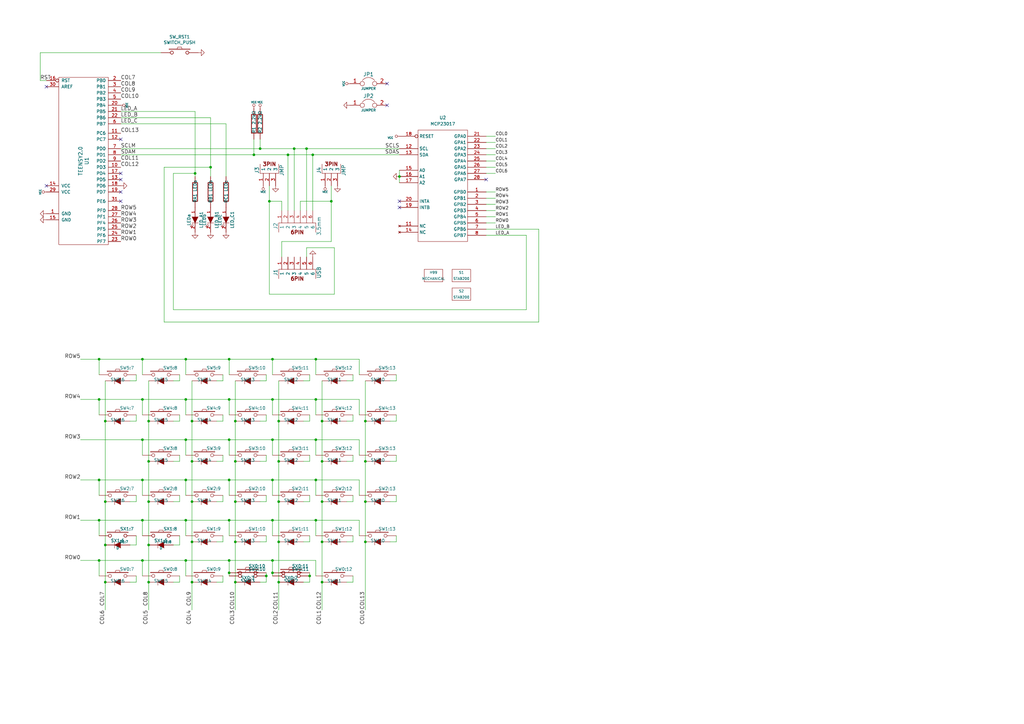
<source format=kicad_sch>
(kicad_sch (version 20211123) (generator eeschema)
  (paper "A3")
  (title_block (date "29 sep 2012"))
  (lib_symbols
    (symbol "component:3PIN" (pin_names (offset 1.016))
      (property "Reference" "J" (at -1.27 5.08 0))
      (property "Value" "3PIN" (at -1.27 -5.08 0))
      (symbol "3PIN_0_0"
        (text "3PIN" (at -3.81 0 900) (effects (font (size 1.524 1.524) bold)))
      )
      (symbol "3PIN_0_1"
        (polyline (pts (xy -3.81 3.81) (xy 0 3.81) (xy 0 -3.81) (xy -3.81 -3.81)))
      )
      (symbol "3PIN_1_1"
        (pin input line (at 5.08 2.54 180) (length 5.08) (name "1") (number "1"))
        (pin power_in line (at 5.08 0 180) (length 5.08) (name "2") (number "2"))
        (pin output line (at 5.08 -2.54 180) (length 5.08) (name "3") (number "3"))
      )
    )
    (symbol "component:6PIN" (pin_names (offset 1.016))
      (property "Reference" "J" (at -1.27 8.89 0))
      (property "Value" "6PIN" (at -1.27 -8.89 0))
      (symbol "6PIN_0_0"
        (polyline (pts (xy -3.81 7.62) (xy 0 7.62) (xy 0 -7.62) (xy -3.81 -7.62)))
        (text "6PIN" (at -3.81 0 900) (effects (font (size 1.524 1.524) bold)))
      )
      (symbol "6PIN_1_1"
        (pin input line (at 5.08 6.35 180) (length 5.08) (name "1") (number "1"))
        (pin power_in line (at 5.08 3.81 180) (length 5.08) (name "2") (number "2"))
        (pin output line (at 5.08 1.27 180) (length 5.08) (name "3") (number "3"))
        (pin power_in line (at 5.08 -1.27 180) (length 5.08) (name "4") (number "4"))
        (pin input line (at 5.08 -3.81 180) (length 5.08) (name "5") (number "5"))
        (pin input line (at 5.08 -6.35 180) (length 5.08) (name "6") (number "6"))
      )
    )
    (symbol "component:ANYTHING" (pin_numbers hide) (pin_names (offset 1.016) hide)
      (property "Reference" "ANY" (at 0 1.27 0))
      (property "Value" "ANYTHING" (at 0 -1.27 0))
      (symbol "ANYTHING_0_1"
        (rectangle (start -3.81 2.54) (end 3.81 -2.54))
      )
      (symbol "ANYTHING_1_1"
        (pin power_in line (at 0 0 90) (length 0) hide (name "GND") (number "0"))
      )
    )
    (symbol "component:DIODE" (pin_numbers hide) (pin_names (offset 1.016) hide)
      (property "Reference" "D" (at -2.54 -1.27 0))
      (property "Value" "DIODE" (at 0 1.27 0))
      (symbol "DIODE_0_1"
        (polyline (pts (xy 1.27 1.27) (xy 1.27 -1.27)) (stroke (width 0.1524)))
        (polyline (pts (xy -1.27 1.27) (xy 1.27 0) (xy -1.27 -1.27)) (fill (type outline)))
      )
      (symbol "DIODE_1_1"
        (pin passive line (at -5.08 0 0) (length 3.81) (name "A") (number "1"))
        (pin passive line (at 5.08 0 180) (length 3.81) (name "K") (number "2"))
      )
    )
    (symbol "component:GND" (power) (pin_names (offset 0))
      (symbol "GND_0_1"
        (polyline (pts (xy 0 0) (xy 0 1.27) (xy 0 1.27)))
        (polyline (pts (xy -1.27 0) (xy 0 -1.27) (xy 1.27 0) (xy -1.27 0)))
      )
      (symbol "GND_1_1"
        (pin power_in line (at 0 1.27 270) (length 0) hide (name "GND") (number "1"))
      )
    )
    (symbol "component:JUMPER" (pin_names (offset 0.762) hide)
      (property "Reference" "JP" (at 0 3.81 0))
      (property "Value" "JUMPER" (at 0 -2.032 0))
      (symbol "JUMPER_0_1"
        (circle (center -2.54 0) (radius 0.889))
        (arc (start 2.5146 1.27) (mid 0.0078 2.5097) (end -2.4892 1.27))
        (circle (center 2.54 0) (radius 0.889))
        (pin passive line (at -7.62 0 0) (length 4.191) (name "1") (number "1"))
        (pin passive line (at 7.62 0 180) (length 4.191) (name "2") (number "2"))
      )
    )
    (symbol "component:LED" (pin_names (offset 1.016) hide)
      (property "Reference" "D" (at 0 2.54 0))
      (property "Value" "LED" (at 0 -2.54 0))
      (symbol "LED_0_1"
        (polyline (pts (xy 1.27 1.27) (xy 1.27 -1.27)))
        (polyline (pts (xy -1.27 1.27) (xy 1.27 0) (xy -1.27 -1.27)) (fill (type outline)))
        (polyline (pts (xy 1.651 -1.016) (xy 2.794 -2.032) (xy 2.667 -1.397)))
        (polyline (pts (xy 2.032 -0.635) (xy 3.175 -1.651) (xy 3.048 -1.016)))
      )
      (symbol "LED_1_1"
        (pin passive line (at -5.08 0 0) (length 3.81) (name "A") (number "1"))
        (pin passive line (at 5.08 0 180) (length 3.81) (name "K") (number "2"))
      )
    )
    (symbol "component:MCP23017"
      (property "Reference" "U" (at -2.54 0 90))
      (property "Value" "MCP23017" (at 2.54 0 90))
      (symbol "MCP23017_0_1"
        (rectangle (start -10.16 22.86) (end 10.16 -22.86))
      )
      (symbol "MCP23017_1_1"
        (pin output line (at 17.78 -2.54 180) (length 7.62) (name "GPB0") (number "1"))
        (pin power_in line (at 0 -22.86 90) (length 0) hide (name "GND") (number "10"))
        (pin no_connect line (at -17.78 -16.51 0) (length 7.62) (name "NC") (number "11"))
        (pin input line (at -17.78 15.24 0) (length 7.62) (name "SCL") (number "12"))
        (pin input line (at -17.78 12.7 0) (length 7.62) (name "SDA") (number "13"))
        (pin no_connect line (at -17.78 -19.05 0) (length 7.62) (name "NC") (number "14"))
        (pin output line (at -17.78 6.35 0) (length 7.62) (name "A0") (number "15"))
        (pin output line (at -17.78 3.81 0) (length 7.62) (name "A1") (number "16"))
        (pin output line (at -17.78 1.27 0) (length 7.62) (name "A2") (number "17"))
        (pin input inverted (at -17.78 20.32 0) (length 7.62) (name "RESET") (number "18"))
        (pin input line (at -17.78 -8.89 0) (length 7.62) (name "INTB") (number "19"))
        (pin output line (at 17.78 -5.08 180) (length 7.62) (name "GPB1") (number "2"))
        (pin input line (at -17.78 -6.35 0) (length 7.62) (name "INTA") (number "20"))
        (pin input line (at 17.78 20.32 180) (length 7.62) (name "GPA0") (number "21"))
        (pin input line (at 17.78 17.78 180) (length 7.62) (name "GPA1") (number "22"))
        (pin input line (at 17.78 15.24 180) (length 7.62) (name "GPA2") (number "23"))
        (pin input line (at 17.78 12.7 180) (length 7.62) (name "GPA3") (number "24"))
        (pin input line (at 17.78 10.16 180) (length 7.62) (name "GPA4") (number "25"))
        (pin input line (at 17.78 7.62 180) (length 7.62) (name "GPA5") (number "26"))
        (pin input line (at 17.78 5.08 180) (length 7.62) (name "GPA6") (number "27"))
        (pin input line (at 17.78 2.54 180) (length 7.62) (name "GPA7") (number "28"))
        (pin output line (at 17.78 -7.62 180) (length 7.62) (name "GPB2") (number "3"))
        (pin output line (at 17.78 -10.16 180) (length 7.62) (name "GPB3") (number "4"))
        (pin output line (at 17.78 -12.7 180) (length 7.62) (name "GPB4") (number "5"))
        (pin output line (at 17.78 -15.24 180) (length 7.62) (name "GPB5") (number "6"))
        (pin output line (at 17.78 -17.78 180) (length 7.62) (name "GPB6") (number "7"))
        (pin output line (at 17.78 -20.32 180) (length 7.62) (name "GPB7") (number "8"))
        (pin power_in line (at 0 22.86 270) (length 0) hide (name "VCC") (number "9"))
      )
    )
    (symbol "component:RESISTOR" (pin_numbers hide) (pin_names (offset 0))
      (property "Reference" "R" (at 0 -2.54 90))
      (property "Value" "RESISTOR" (at 0 2.54 90))
      (symbol "RESISTOR_0_1"
        (rectangle (start -1.016 3.81) (end 1.016 -3.81) (stroke (width 0.3048)))
      )
      (symbol "RESISTOR_1_1"
        (pin passive line (at 0 6.35 270) (length 2.54) (name "~") (number "1"))
        (pin passive line (at 0 -6.35 90) (length 2.54) (name "~") (number "2"))
      )
    )
    (symbol "component:SWITCH_DIODE" (pin_numbers hide) (pin_names (offset 1.016) hide)
      (property "Reference" "SW" (at 3.81 2.794 0))
      (property "Value" "SWITCH_DIODE" (at 0 -2.032 0))
      (symbol "SWITCH_DIODE_0_1"
        (rectangle (start -4.318 1.27) (end 4.318 1.524))
        (polyline (pts (xy -1.27 -1.27) (xy -1.27 -3.81)))
        (polyline (pts (xy 1.27 -1.27) (xy -1.27 -2.54) (xy 1.27 -3.81)) (fill (type outline)))
        (polyline (pts (xy -1.016 1.524) (xy -0.762 2.286) (xy 0.762 2.286) (xy 1.016 1.524)))
        (pin passive inverted (at -7.62 0 0) (length 5.08) (name "1") (number "1"))
        (pin passive inverted (at 7.62 0 180) (length 5.08) (name "2") (number "2"))
      )
      (symbol "SWITCH_DIODE_1_1"
        (pin power_in line (at 0 0 90) (length 0) hide (name "GND") (number "0"))
        (pin passive line (at 5.08 -2.54 180) (length 3.81) (name "A") (number "3"))
        (pin passive line (at -5.08 -2.54 0) (length 3.81) (name "K") (number "4"))
      )
    )
    (symbol "component:SWITCH_PUSH" (pin_numbers hide) (pin_names (offset 1.016) hide)
      (property "Reference" "SW" (at 3.81 2.794 0))
      (property "Value" "SWITCH_PUSH" (at 0 -2.032 0))
      (symbol "SWITCH_PUSH_0_1"
        (rectangle (start -4.318 1.27) (end 4.318 1.524))
        (polyline (pts (xy -1.016 1.524) (xy -0.762 2.286) (xy 0.762 2.286) (xy 1.016 1.524)))
        (pin passive inverted (at -7.62 0 0) (length 5.08) (name "1") (number "1"))
        (pin passive inverted (at 7.62 0 180) (length 5.08) (name "2") (number "2"))
      )
      (symbol "SWITCH_PUSH_1_1"
        (pin power_in line (at 0 0 90) (length 0) hide (name "GND") (number "0"))
      )
    )
    (symbol "component:TEENSY2.0" (pin_names (offset 1.016))
      (property "Reference" "U" (at 1.27 0 90))
      (property "Value" "TEENSY2.0" (at -1.27 0 90))
      (symbol "TEENSY2.0_0_1"
        (rectangle (start -10.16 34.29) (end 10.16 -34.29))
      )
      (symbol "TEENSY2.0_1_1"
        (pin power_out line (at -15.24 -21.59 0) (length 5.08) (name "GND") (number "1"))
        (pin bidirectional line (at 15.24 -2.54 180) (length 5.08) (name "PD3") (number "10"))
        (pin bidirectional line (at 15.24 11.43 180) (length 5.08) (name "PC6") (number "11"))
        (pin bidirectional line (at 15.24 8.89 180) (length 5.08) (name "PC7") (number "12"))
        (pin bidirectional line (at 15.24 -7.62 180) (length 5.08) (name "PD5") (number "13"))
        (pin power_out line (at -15.24 -10.16 0) (length 5.08) (name "VCC") (number "14"))
        (pin power_out line (at -15.24 -24.13 0) (length 5.08) (name "GND") (number "15"))
        (pin input inverted (at -15.24 33.02 0) (length 5.08) (name "RST") (number "16"))
        (pin bidirectional line (at 15.24 -5.08 180) (length 5.08) (name "PD4") (number "17"))
        (pin bidirectional line (at 15.24 -10.16 180) (length 5.08) (name "PD6") (number "18"))
        (pin bidirectional line (at 15.24 -12.7 180) (length 5.08) (name "PD7") (number "19"))
        (pin bidirectional line (at 15.24 33.02 180) (length 5.08) (name "PB0") (number "2"))
        (pin bidirectional line (at 15.24 22.86 180) (length 5.08) (name "PB4") (number "20"))
        (pin bidirectional line (at 15.24 20.32 180) (length 5.08) (name "PB5") (number "21"))
        (pin bidirectional line (at 15.24 17.78 180) (length 5.08) (name "PB6") (number "22"))
        (pin bidirectional line (at 15.24 -33.02 180) (length 5.08) (name "PF7") (number "23"))
        (pin bidirectional line (at 15.24 -30.48 180) (length 5.08) (name "PF6") (number "24"))
        (pin bidirectional line (at 15.24 -27.94 180) (length 5.08) (name "PF5") (number "25"))
        (pin bidirectional line (at 15.24 -25.4 180) (length 5.08) (name "PF4") (number "26"))
        (pin bidirectional line (at 15.24 -22.86 180) (length 5.08) (name "PF1") (number "27"))
        (pin bidirectional line (at 15.24 -20.32 180) (length 5.08) (name "PF0") (number "28"))
        (pin power_out line (at -15.24 -12.7 0) (length 5.08) (name "VCC") (number "29"))
        (pin bidirectional line (at 15.24 30.48 180) (length 5.08) (name "PB1") (number "3"))
        (pin input line (at -15.24 30.48 0) (length 5.08) (name "AREF") (number "30"))
        (pin bidirectional line (at 15.24 -16.51 180) (length 5.08) (name "PE6") (number "31"))
        (pin bidirectional line (at 15.24 27.94 180) (length 5.08) (name "PB2") (number "4"))
        (pin bidirectional line (at 15.24 25.4 180) (length 5.08) (name "PB3") (number "5"))
        (pin bidirectional line (at 15.24 15.24 180) (length 5.08) (name "PB7") (number "6"))
        (pin bidirectional line (at 15.24 5.08 180) (length 5.08) (name "PD0") (number "7"))
        (pin bidirectional line (at 15.24 2.54 180) (length 5.08) (name "PD1") (number "8"))
        (pin bidirectional line (at 15.24 0 180) (length 5.08) (name "PD2") (number "9"))
      )
    )
    (symbol "component:VCC" (power) (pin_names (offset 0))
      (property "Value" "VCC" (at 0 2.54 0))
      (symbol "VCC_0_0"
        (pin power_in line (at 0 0 90) (length 0) hide (name "VCC") (number "1"))
      )
      (symbol "VCC_0_1"
        (polyline (pts (xy 0 0) (xy 0 0.762) (xy 0 0.762)))
        (circle (center 0 1.27) (radius 0.508))
      )
    )
  )
  (junction (at 93.98 229.87))
  (junction (at 132.08 205.74))
  (junction (at 93.98 234.95))
  (junction (at 58.42 163.83))
  (junction (at 76.2 229.87))
  (junction (at 111.76 163.83))
  (junction (at 93.98 196.85))
  (junction (at 106.68 60.96))
  (junction (at 93.98 147.32))
  (junction (at 111.76 196.85))
  (junction (at 149.86 222.25))
  (junction (at 120.65 60.96))
  (junction (at 111.76 234.95))
  (junction (at 149.86 205.74))
  (junction (at 60.96 189.23))
  (junction (at 132.08 172.72))
  (junction (at 96.52 189.23))
  (junction (at 93.98 163.83))
  (junction (at 43.18 205.74))
  (junction (at 43.18 238.76))
  (junction (at 40.64 147.32))
  (junction (at 125.73 60.96))
  (junction (at 43.18 172.72))
  (junction (at 76.2 196.85))
  (junction (at 118.11 63.5))
  (junction (at 111.76 147.32))
  (junction (at 114.3 205.74))
  (junction (at 40.64 163.83))
  (junction (at 78.74 189.23))
  (junction (at 129.54 180.34))
  (junction (at 96.52 238.76))
  (junction (at 109.22 236.22))
  (junction (at 127 236.22))
  (junction (at 111.76 213.36))
  (junction (at 128.27 63.5))
  (junction (at 76.2 147.32))
  (junction (at 60.96 205.74))
  (junction (at 40.64 229.87))
  (junction (at 114.3 238.76))
  (junction (at 129.54 147.32))
  (junction (at 78.74 205.74))
  (junction (at 111.76 229.87))
  (junction (at 58.42 229.87))
  (junction (at 104.14 63.5))
  (junction (at 58.42 180.34))
  (junction (at 110.49 82.55))
  (junction (at 76.2 180.34))
  (junction (at 114.3 172.72))
  (junction (at 60.96 172.72))
  (junction (at 132.08 189.23))
  (junction (at 40.64 213.36))
  (junction (at 86.36 68.58))
  (junction (at 58.42 196.85))
  (junction (at 93.98 213.36))
  (junction (at 43.18 223.52))
  (junction (at 129.54 196.85))
  (junction (at 132.08 222.25))
  (junction (at 80.01 71.12))
  (junction (at 93.98 180.34))
  (junction (at 114.3 222.25))
  (junction (at 58.42 213.36))
  (junction (at 58.42 147.32))
  (junction (at 129.54 213.36))
  (junction (at 78.74 222.25))
  (junction (at 78.74 172.72))
  (junction (at 149.86 172.72))
  (junction (at 96.52 172.72))
  (junction (at 114.3 189.23))
  (junction (at 129.54 163.83))
  (junction (at 96.52 205.74))
  (junction (at 96.52 222.25))
  (junction (at 40.64 196.85))
  (junction (at 76.2 213.36))
  (junction (at 132.08 238.76))
  (junction (at 149.86 189.23))
  (junction (at 60.96 223.52))
  (junction (at 135.89 82.55))
  (junction (at 111.76 180.34))
  (junction (at 163.83 72.39))
  (junction (at 76.2 163.83))
  (junction (at 78.74 238.76))
  (junction (at 60.96 238.76))
  (no_connect (at 49.53 82.55))
  (no_connect (at 163.83 82.55))
  (no_connect (at 163.83 85.09))
  (no_connect (at 199.39 73.66))
  (no_connect (at 158.75 34.29))
  (no_connect (at 49.53 73.66))
  (no_connect (at 158.75 43.18))
  (no_connect (at 19.05 76.2))
  (no_connect (at 49.53 57.15))
  (no_connect (at 49.53 78.74))
  (no_connect (at 19.05 35.56))
  (no_connect (at 49.53 71.12))
  (wire (pts (xy 66.04 21.59) (xy 16.51 21.59)))
  (wire (pts (xy 199.39 71.12) (xy 203.2 71.12)))
  (wire (pts (xy 43.18 205.74) (xy 43.18 223.52)))
  (wire (pts (xy 149.86 222.25) (xy 149.86 250.19)))
  (wire (pts (xy 135.89 76.2) (xy 135.89 82.55)))
  (wire (pts (xy 93.98 147.32) (xy 111.76 147.32)))
  (wire (pts (xy 60.96 205.74) (xy 60.96 223.52)))
  (wire (pts (xy 104.14 57.15) (xy 104.14 63.5)))
  (wire (pts (xy 93.98 213.36) (xy 111.76 213.36)))
  (wire (pts (xy 33.02 147.32) (xy 40.64 147.32)))
  (wire (pts (xy 147.32 147.32) (xy 147.32 153.67)))
  (wire (pts (xy 73.66 238.76) (xy 73.66 236.22)))
  (wire (pts (xy 124.46 156.21) (xy 127 156.21)))
  (wire (pts (xy 135.89 82.55) (xy 135.89 99.06)))
  (wire (pts (xy 199.39 81.28) (xy 203.2 81.28)))
  (wire (pts (xy 220.98 93.98) (xy 220.98 132.08)))
  (wire (pts (xy 71.12 156.21) (xy 73.66 156.21)))
  (wire (pts (xy 127 236.22) (xy 127 238.76)))
  (wire (pts (xy 127 156.21) (xy 127 153.67)))
  (wire (pts (xy 76.2 147.32) (xy 76.2 153.67)))
  (wire (pts (xy 73.66 172.72) (xy 73.66 170.18)))
  (wire (pts (xy 132.08 205.74) (xy 132.08 222.25)))
  (wire (pts (xy 162.56 222.25) (xy 162.56 219.71)))
  (wire (pts (xy 127 222.25) (xy 127 219.71)))
  (wire (pts (xy 127 234.95) (xy 127 236.22)))
  (wire (pts (xy 53.34 205.74) (xy 55.88 205.74)))
  (wire (pts (xy 92.71 50.8) (xy 92.71 72.39)))
  (wire (pts (xy 86.36 68.58) (xy 86.36 72.39)))
  (wire (pts (xy 132.08 156.21) (xy 132.08 172.72)))
  (wire (pts (xy 60.96 223.52) (xy 60.96 238.76)))
  (wire (pts (xy 111.76 229.87) (xy 129.54 229.87)))
  (wire (pts (xy 93.98 213.36) (xy 93.98 219.71)))
  (wire (pts (xy 55.88 219.71) (xy 55.88 223.52)))
  (wire (pts (xy 129.54 163.83) (xy 129.54 170.18)))
  (wire (pts (xy 40.64 229.87) (xy 58.42 229.87)))
  (wire (pts (xy 93.98 180.34) (xy 111.76 180.34)))
  (wire (pts (xy 125.73 60.96) (xy 125.73 86.36)))
  (wire (pts (xy 163.83 69.85) (xy 163.83 72.39)))
  (wire (pts (xy 109.22 236.22) (xy 109.22 238.76)))
  (wire (pts (xy 111.76 180.34) (xy 111.76 186.69)))
  (wire (pts (xy 71.12 127) (xy 71.12 71.12)))
  (wire (pts (xy 110.49 82.55) (xy 110.49 120.65)))
  (wire (pts (xy 60.96 172.72) (xy 60.96 189.23)))
  (wire (pts (xy 96.52 222.25) (xy 96.52 238.76)))
  (wire (pts (xy 76.2 180.34) (xy 76.2 186.69)))
  (wire (pts (xy 106.68 222.25) (xy 109.22 222.25)))
  (wire (pts (xy 40.64 213.36) (xy 58.42 213.36)))
  (wire (pts (xy 111.76 213.36) (xy 129.54 213.36)))
  (wire (pts (xy 55.88 172.72) (xy 55.88 170.18)))
  (wire (pts (xy 129.54 163.83) (xy 147.32 163.83)))
  (wire (pts (xy 40.64 147.32) (xy 58.42 147.32)))
  (wire (pts (xy 199.39 96.52) (xy 215.9 96.52)))
  (wire (pts (xy 129.54 196.85) (xy 147.32 196.85)))
  (wire (pts (xy 199.39 86.36) (xy 203.2 86.36)))
  (wire (pts (xy 114.3 156.21) (xy 114.3 172.72)))
  (wire (pts (xy 73.66 205.74) (xy 73.66 203.2)))
  (wire (pts (xy 16.51 33.02) (xy 19.05 33.02)))
  (wire (pts (xy 111.76 163.83) (xy 129.54 163.83)))
  (wire (pts (xy 123.19 86.36) (xy 123.19 82.55)))
  (wire (pts (xy 129.54 196.85) (xy 129.54 203.2)))
  (wire (pts (xy 58.42 180.34) (xy 58.42 186.69)))
  (wire (pts (xy 127 205.74) (xy 127 203.2)))
  (wire (pts (xy 127 238.76) (xy 124.46 238.76)))
  (wire (pts (xy 199.39 55.88) (xy 203.2 55.88)))
  (wire (pts (xy 71.12 238.76) (xy 73.66 238.76)))
  (wire (pts (xy 40.64 196.85) (xy 58.42 196.85)))
  (wire (pts (xy 40.64 170.18) (xy 40.64 163.83)))
  (wire (pts (xy 93.98 180.34) (xy 93.98 186.69)))
  (wire (pts (xy 149.86 156.21) (xy 149.86 172.72)))
  (wire (pts (xy 60.96 156.21) (xy 60.96 172.72)))
  (wire (pts (xy 110.49 120.65) (xy 137.16 120.65)))
  (wire (pts (xy 199.39 78.74) (xy 203.2 78.74)))
  (wire (pts (xy 109.22 222.25) (xy 109.22 219.71)))
  (wire (pts (xy 109.22 234.95) (xy 109.22 236.22)))
  (wire (pts (xy 109.22 172.72) (xy 109.22 170.18)))
  (wire (pts (xy 111.76 147.32) (xy 111.76 153.67)))
  (wire (pts (xy 53.34 172.72) (xy 55.88 172.72)))
  (wire (pts (xy 199.39 91.44) (xy 203.2 91.44)))
  (wire (pts (xy 91.44 186.69) (xy 91.44 189.23)))
  (wire (pts (xy 91.44 222.25) (xy 91.44 219.71)))
  (wire (pts (xy 142.24 205.74) (xy 144.78 205.74)))
  (wire (pts (xy 78.74 238.76) (xy 78.74 250.19)))
  (wire (pts (xy 58.42 213.36) (xy 76.2 213.36)))
  (wire (pts (xy 33.02 196.85) (xy 40.64 196.85)))
  (wire (pts (xy 106.68 60.96) (xy 120.65 60.96)))
  (wire (pts (xy 111.76 229.87) (xy 111.76 234.95)))
  (wire (pts (xy 111.76 163.83) (xy 111.76 170.18)))
  (wire (pts (xy 49.53 50.8) (xy 92.71 50.8)))
  (wire (pts (xy 114.3 222.25) (xy 114.3 238.76)))
  (wire (pts (xy 78.74 189.23) (xy 78.74 205.74)))
  (wire (pts (xy 33.02 229.87) (xy 40.64 229.87)))
  (wire (pts (xy 118.11 63.5) (xy 128.27 63.5)))
  (wire (pts (xy 67.31 68.58) (xy 86.36 68.58)))
  (wire (pts (xy 49.53 60.96) (xy 106.68 60.96)))
  (wire (pts (xy 76.2 163.83) (xy 76.2 170.18)))
  (wire (pts (xy 76.2 213.36) (xy 93.98 213.36)))
  (wire (pts (xy 129.54 180.34) (xy 147.32 180.34)))
  (wire (pts (xy 124.46 222.25) (xy 127 222.25)))
  (wire (pts (xy 86.36 48.26) (xy 86.36 68.58)))
  (wire (pts (xy 160.02 172.72) (xy 162.56 172.72)))
  (wire (pts (xy 135.89 99.06) (xy 115.57 99.06)))
  (wire (pts (xy 220.98 132.08) (xy 67.31 132.08)))
  (wire (pts (xy 58.42 219.71) (xy 58.42 213.36)))
  (wire (pts (xy 73.66 156.21) (xy 73.66 153.67)))
  (wire (pts (xy 71.12 172.72) (xy 73.66 172.72)))
  (wire (pts (xy 58.42 196.85) (xy 58.42 203.2)))
  (wire (pts (xy 78.74 156.21) (xy 78.74 172.72)))
  (wire (pts (xy 96.52 189.23) (xy 96.52 205.74)))
  (wire (pts (xy 88.9 205.74) (xy 91.44 205.74)))
  (wire (pts (xy 125.73 60.96) (xy 163.83 60.96)))
  (wire (pts (xy 144.78 205.74) (xy 144.78 203.2)))
  (wire (pts (xy 115.57 99.06) (xy 115.57 105.41)))
  (wire (pts (xy 106.68 57.15) (xy 106.68 60.96)))
  (wire (pts (xy 215.9 96.52) (xy 215.9 127)))
  (wire (pts (xy 132.08 222.25) (xy 132.08 238.76)))
  (wire (pts (xy 43.18 172.72) (xy 43.18 205.74)))
  (wire (pts (xy 163.83 72.39) (xy 163.83 74.93)))
  (wire (pts (xy 127 172.72) (xy 127 170.18)))
  (wire (pts (xy 129.54 147.32) (xy 147.32 147.32)))
  (wire (pts (xy 160.02 156.21) (xy 162.56 156.21)))
  (wire (pts (xy 109.22 238.76) (xy 106.68 238.76)))
  (wire (pts (xy 162.56 205.74) (xy 162.56 203.2)))
  (wire (pts (xy 67.31 132.08) (xy 67.31 68.58)))
  (wire (pts (xy 55.88 223.52) (xy 53.34 223.52)))
  (wire (pts (xy 49.53 45.72) (xy 80.01 45.72)))
  (wire (pts (xy 91.44 205.74) (xy 91.44 203.2)))
  (wire (pts (xy 132.08 238.76) (xy 132.08 250.19)))
  (wire (pts (xy 144.78 156.21) (xy 144.78 153.67)))
  (wire (pts (xy 144.78 189.23) (xy 144.78 186.69)))
  (wire (pts (xy 78.74 172.72) (xy 78.74 189.23)))
  (wire (pts (xy 76.2 147.32) (xy 93.98 147.32)))
  (wire (pts (xy 43.18 223.52) (xy 43.18 238.76)))
  (wire (pts (xy 142.24 156.21) (xy 144.78 156.21)))
  (wire (pts (xy 55.88 156.21) (xy 55.88 153.67)))
  (wire (pts (xy 40.64 236.22) (xy 40.64 229.87)))
  (wire (pts (xy 147.32 180.34) (xy 147.32 186.69)))
  (wire (pts (xy 149.86 189.23) (xy 149.86 205.74)))
  (wire (pts (xy 93.98 229.87) (xy 111.76 229.87)))
  (wire (pts (xy 88.9 172.72) (xy 91.44 172.72)))
  (wire (pts (xy 109.22 189.23) (xy 109.22 186.69)))
  (wire (pts (xy 78.74 205.74) (xy 78.74 222.25)))
  (wire (pts (xy 114.3 238.76) (xy 114.3 250.19)))
  (wire (pts (xy 162.56 172.72) (xy 162.56 170.18)))
  (wire (pts (xy 71.12 71.12) (xy 80.01 71.12)))
  (wire (pts (xy 162.56 189.23) (xy 162.56 186.69)))
  (wire (pts (xy 53.34 156.21) (xy 55.88 156.21)))
  (wire (pts (xy 78.74 222.25) (xy 78.74 238.76)))
  (wire (pts (xy 142.24 172.72) (xy 144.78 172.72)))
  (wire (pts (xy 106.68 205.74) (xy 109.22 205.74)))
  (wire (pts (xy 199.39 60.96) (xy 203.2 60.96)))
  (wire (pts (xy 93.98 163.83) (xy 111.76 163.83)))
  (wire (pts (xy 91.44 172.72) (xy 91.44 170.18)))
  (wire (pts (xy 58.42 180.34) (xy 76.2 180.34)))
  (wire (pts (xy 80.01 45.72) (xy 80.01 71.12)))
  (wire (pts (xy 115.57 82.55) (xy 110.49 82.55)))
  (wire (pts (xy 60.96 189.23) (xy 60.96 205.74)))
  (wire (pts (xy 58.42 147.32) (xy 58.42 153.67)))
  (wire (pts (xy 114.3 205.74) (xy 114.3 222.25)))
  (wire (pts (xy 40.64 203.2) (xy 40.64 196.85)))
  (wire (pts (xy 132.08 189.23) (xy 132.08 205.74)))
  (wire (pts (xy 124.46 189.23) (xy 127 189.23)))
  (wire (pts (xy 111.76 213.36) (xy 111.76 219.71)))
  (wire (pts (xy 58.42 196.85) (xy 76.2 196.85)))
  (wire (pts (xy 144.78 222.25) (xy 144.78 219.71)))
  (wire (pts (xy 80.01 71.12) (xy 80.01 72.39)))
  (wire (pts (xy 76.2 196.85) (xy 93.98 196.85)))
  (wire (pts (xy 96.52 156.21) (xy 96.52 172.72)))
  (wire (pts (xy 106.68 172.72) (xy 109.22 172.72)))
  (wire (pts (xy 199.39 63.5) (xy 203.2 63.5)))
  (wire (pts (xy 149.86 205.74) (xy 149.86 222.25)))
  (wire (pts (xy 199.39 93.98) (xy 220.98 93.98)))
  (wire (pts (xy 53.34 238.76) (xy 55.88 238.76)))
  (wire (pts (xy 129.54 213.36) (xy 147.32 213.36)))
  (wire (pts (xy 93.98 229.87) (xy 93.98 234.95)))
  (wire (pts (xy 93.98 196.85) (xy 93.98 203.2)))
  (wire (pts (xy 73.66 223.52) (xy 71.12 223.52)))
  (wire (pts (xy 96.52 205.74) (xy 96.52 222.25)))
  (wire (pts (xy 104.14 63.5) (xy 118.11 63.5)))
  (wire (pts (xy 88.9 156.21) (xy 91.44 156.21)))
  (wire (pts (xy 55.88 238.76) (xy 55.88 236.22)))
  (wire (pts (xy 60.96 238.76) (xy 60.96 250.19)))
  (wire (pts (xy 118.11 63.5) (xy 118.11 86.36)))
  (wire (pts (xy 58.42 147.32) (xy 76.2 147.32)))
  (wire (pts (xy 76.2 229.87) (xy 93.98 229.87)))
  (wire (pts (xy 93.98 163.83) (xy 93.98 170.18)))
  (wire (pts (xy 76.2 229.87) (xy 76.2 236.22)))
  (wire (pts (xy 160.02 222.25) (xy 162.56 222.25)))
  (wire (pts (xy 73.66 219.71) (xy 73.66 223.52)))
  (wire (pts (xy 55.88 205.74) (xy 55.88 203.2)))
  (wire (pts (xy 128.27 63.5) (xy 128.27 86.36)))
  (wire (pts (xy 125.73 101.6) (xy 125.73 105.41)))
  (wire (pts (xy 49.53 63.5) (xy 104.14 63.5)))
  (wire (pts (xy 33.02 180.34) (xy 58.42 180.34)))
  (wire (pts (xy 111.76 147.32) (xy 129.54 147.32)))
  (wire (pts (xy 110.49 76.2) (xy 110.49 82.55)))
  (wire (pts (xy 58.42 229.87) (xy 58.42 236.22)))
  (wire (pts (xy 40.64 153.67) (xy 40.64 147.32)))
  (wire (pts (xy 91.44 189.23) (xy 88.9 189.23)))
  (wire (pts (xy 129.54 229.87) (xy 129.54 236.22)))
  (wire (pts (xy 120.65 86.36) (xy 120.65 60.96)))
  (wire (pts (xy 76.2 163.83) (xy 93.98 163.83)))
  (wire (pts (xy 91.44 156.21) (xy 91.44 153.67)))
  (wire (pts (xy 33.02 163.83) (xy 40.64 163.83)))
  (wire (pts (xy 16.51 21.59) (xy 16.51 33.02)))
  (wire (pts (xy 215.9 127) (xy 71.12 127)))
  (wire (pts (xy 149.86 172.72) (xy 149.86 189.23)))
  (wire (pts (xy 76.2 213.36) (xy 76.2 219.71)))
  (wire (pts (xy 137.16 120.65) (xy 137.16 101.6)))
  (wire (pts (xy 58.42 163.83) (xy 76.2 163.83)))
  (wire (pts (xy 71.12 205.74) (xy 73.66 205.74)))
  (wire (pts (xy 88.9 238.76) (xy 91.44 238.76)))
  (wire (pts (xy 160.02 205.74) (xy 162.56 205.74)))
  (wire (pts (xy 142.24 238.76) (xy 144.78 238.76)))
  (wire (pts (xy 96.52 172.72) (xy 96.52 189.23)))
  (wire (pts (xy 58.42 163.83) (xy 58.42 170.18)))
  (wire (pts (xy 199.39 66.04) (xy 203.2 66.04)))
  (wire (pts (xy 123.19 82.55) (xy 135.89 82.55)))
  (wire (pts (xy 111.76 196.85) (xy 129.54 196.85)))
  (wire (pts (xy 109.22 156.21) (xy 109.22 153.67)))
  (wire (pts (xy 115.57 86.36) (xy 115.57 82.55)))
  (wire (pts (xy 93.98 196.85) (xy 111.76 196.85)))
  (wire (pts (xy 199.39 58.42) (xy 203.2 58.42)))
  (wire (pts (xy 58.42 229.87) (xy 76.2 229.87)))
  (wire (pts (xy 106.68 189.23) (xy 109.22 189.23)))
  (wire (pts (xy 111.76 180.34) (xy 129.54 180.34)))
  (wire (pts (xy 76.2 196.85) (xy 76.2 203.2)))
  (wire (pts (xy 132.08 172.72) (xy 132.08 189.23)))
  (wire (pts (xy 71.12 189.23) (xy 73.66 189.23)))
  (wire (pts (xy 160.02 189.23) (xy 162.56 189.23)))
  (wire (pts (xy 120.65 60.96) (xy 125.73 60.96)))
  (wire (pts (xy 111.76 234.95) (xy 111.76 236.22)))
  (wire (pts (xy 109.22 205.74) (xy 109.22 203.2)))
  (wire (pts (xy 142.24 189.23) (xy 144.78 189.23)))
  (wire (pts (xy 142.24 222.25) (xy 144.78 222.25)))
  (wire (pts (xy 91.44 238.76) (xy 91.44 236.22)))
  (wire (pts (xy 33.02 213.36) (xy 40.64 213.36)))
  (wire (pts (xy 144.78 238.76) (xy 144.78 236.22)))
  (wire (pts (xy 137.16 101.6) (xy 125.73 101.6)))
  (wire (pts (xy 127 189.23) (xy 127 186.69)))
  (wire (pts (xy 124.46 172.72) (xy 127 172.72)))
  (wire (pts (xy 199.39 83.82) (xy 203.2 83.82)))
  (wire (pts (xy 199.39 88.9) (xy 203.2 88.9)))
  (wire (pts (xy 199.39 68.58) (xy 203.2 68.58)))
  (wire (pts (xy 147.32 213.36) (xy 147.32 219.71)))
  (wire (pts (xy 93.98 234.95) (xy 93.98 236.22)))
  (wire (pts (xy 49.53 48.26) (xy 86.36 48.26)))
  (wire (pts (xy 43.18 156.21) (xy 43.18 172.72)))
  (wire (pts (xy 114.3 189.23) (xy 114.3 205.74)))
  (wire (pts (xy 76.2 180.34) (xy 93.98 180.34)))
  (wire (pts (xy 106.68 156.21) (xy 109.22 156.21)))
  (wire (pts (xy 43.18 238.76) (xy 43.18 250.19)))
  (wire (pts (xy 147.32 196.85) (xy 147.32 203.2)))
  (wire (pts (xy 96.52 238.76) (xy 96.52 250.19)))
  (wire (pts (xy 147.32 163.83) (xy 147.32 170.18)))
  (wire (pts (xy 73.66 189.23) (xy 73.66 186.69)))
  (wire (pts (xy 129.54 180.34) (xy 129.54 186.69)))
  (wire (pts (xy 129.54 147.32) (xy 129.54 153.67)))
  (wire (pts (xy 144.78 172.72) (xy 144.78 170.18)))
  (wire (pts (xy 162.56 156.21) (xy 162.56 153.67)))
  (wire (pts (xy 40.64 163.83) (xy 58.42 163.83)))
  (wire (pts (xy 128.27 63.5) (xy 163.83 63.5)))
  (wire (pts (xy 40.64 219.71) (xy 40.64 213.36)))
  (wire (pts (xy 111.76 196.85) (xy 111.76 203.2)))
  (wire (pts (xy 93.98 147.32) (xy 93.98 153.67)))
  (wire (pts (xy 124.46 205.74) (xy 127 205.74)))
  (wire (pts (xy 129.54 213.36) (xy 129.54 219.71)))
  (wire (pts (xy 114.3 172.72) (xy 114.3 189.23)))
  (wire (pts (xy 88.9 222.25) (xy 91.44 222.25)))
  (label "COL3" (at 96.52 250.19 270) (effects (font (size 1.524 1.524))))
  (label "COL3" (at 203.2 63.5 0))
  (label "ROW1" (at 33.02 213.36 180) (effects (font (size 1.524 1.524))))
  (label "SCLM" (at 49.53 60.96 0) (effects (font (size 1.524 1.524))))
  (label "COL7" (at 43.18 242.57 270) (effects (font (size 1.524 1.524))))
  (label "COL11" (at 114.3 242.57 270) (effects (font (size 1.524 1.524))))
  (label "COL12" (at 49.53 68.58 0) (effects (font (size 1.524 1.524))))
  (label "COL6" (at 203.2 71.12 0))
  (label "COL6" (at 43.18 250.19 270) (effects (font (size 1.524 1.524))))
  (label "ROW1" (at 49.53 96.52 0) (effects (font (size 1.524 1.524))))
  (label "COL10" (at 96.52 242.57 270) (effects (font (size 1.524 1.524))))
  (label "LED_A" (at 203.2 96.52 0))
  (label "COL2" (at 114.3 250.19 270) (effects (font (size 1.524 1.524))))
  (label "LED_A" (at 49.53 45.72 0) (effects (font (size 1.524 1.524))))
  (label "LED_B" (at 49.53 48.26 0) (effects (font (size 1.524 1.524))))
  (label "ROW3" (at 203.2 83.82 0))
  (label "ROW0" (at 203.2 91.44 0))
  (label "ROW2" (at 203.2 86.36 0))
  (label "COL13" (at 149.86 242.57 270) (effects (font (size 1.524 1.524))))
  (label "COL9" (at 49.53 38.1 0) (effects (font (size 1.524 1.524))))
  (label "COL10" (at 49.53 40.64 0) (effects (font (size 1.524 1.524))))
  (label "RST" (at 16.51 33.02 0) (effects (font (size 1.524 1.524))))
  (label "ROW4" (at 33.02 163.83 180) (effects (font (size 1.524 1.524))))
  (label "ROW0" (at 49.53 99.06 0) (effects (font (size 1.524 1.524))))
  (label "ROW3" (at 49.53 91.44 0) (effects (font (size 1.524 1.524))))
  (label "COL4" (at 203.2 66.04 0))
  (label "ROW0" (at 33.02 229.87 180) (effects (font (size 1.524 1.524))))
  (label "COL13" (at 49.53 54.61 0) (effects (font (size 1.524 1.524))))
  (label "COL1" (at 203.2 58.42 0))
  (label "COL5" (at 60.96 250.19 270) (effects (font (size 1.524 1.524))))
  (label "ROW4" (at 49.53 88.9 0) (effects (font (size 1.524 1.524))))
  (label "SDAS" (at 163.83 63.5 180) (effects (font (size 1.524 1.524))))
  (label "COL5" (at 203.2 68.58 0))
  (label "SDAM" (at 49.53 63.5 0) (effects (font (size 1.524 1.524))))
  (label "COL1" (at 132.08 250.19 270) (effects (font (size 1.524 1.524))))
  (label "COL9" (at 78.74 242.57 270) (effects (font (size 1.524 1.524))))
  (label "ROW2" (at 33.02 196.85 180) (effects (font (size 1.524 1.524))))
  (label "COL12" (at 132.08 242.57 270) (effects (font (size 1.524 1.524))))
  (label "COL4" (at 78.74 250.19 270) (effects (font (size 1.524 1.524))))
  (label "COL8" (at 49.53 35.56 0) (effects (font (size 1.524 1.524))))
  (label "ROW5" (at 203.2 78.74 0))
  (label "ROW3" (at 33.02 180.34 180) (effects (font (size 1.524 1.524))))
  (label "ROW5" (at 49.53 86.36 0) (effects (font (size 1.524 1.524))))
  (label "LED_B" (at 203.2 93.98 0))
  (label "SCLS" (at 163.83 60.96 180) (effects (font (size 1.524 1.524))))
  (label "ROW1" (at 203.2 88.9 0))
  (label "LED_C" (at 49.53 50.8 0) (effects (font (size 1.524 1.524))))
  (label "COL7" (at 49.53 33.02 0) (effects (font (size 1.524 1.524))))
  (label "COL0" (at 149.86 250.19 270) (effects (font (size 1.524 1.524))))
  (label "ROW4" (at 203.2 81.28 0))
  (label "ROW2" (at 49.53 93.98 0) (effects (font (size 1.524 1.524))))
  (label "COL11" (at 49.53 66.04 0) (effects (font (size 1.524 1.524))))
  (label "COL8" (at 60.96 242.57 270) (effects (font (size 1.524 1.524))))
  (label "COL0" (at 203.2 55.88 0))
  (label "ROW5" (at 33.02 147.32 180) (effects (font (size 1.524 1.524))))
  (label "COL2" (at 203.2 60.96 0))
  (symbol (lib_id "component:SWITCH_DIODE") (at 101.6 236.22 0) (unit 1)
    (property "Reference" "SW0:10" (at 105.41 233.426 0))
    (property "Value" "SW0:3" (at 101.6 238.252 0))
  )
  (symbol (lib_id "component:SWITCH_DIODE") (at 48.26 170.18 0) (unit 1)
    (property "Reference" "SW4:7" (at 52.07 167.386 0))
    (property "Value" "SW4:6" (at 48.26 172.212 0))
  )
  (symbol (lib_id "component:SWITCH_DIODE") (at 66.04 170.18 0) (unit 1)
    (property "Reference" "SW4:8" (at 69.85 167.386 0))
    (property "Value" "SW4:5" (at 66.04 172.212 0))
  )
  (symbol (lib_id "component:SWITCH_DIODE") (at 137.16 170.18 0) (unit 1)
    (property "Reference" "SW4:12" (at 140.97 167.386 0))
    (property "Value" "SW4:1" (at 137.16 172.212 0))
  )
  (symbol (lib_id "component:SWITCH_DIODE") (at 119.38 170.18 0) (unit 1)
    (property "Reference" "SW4:11" (at 123.19 167.386 0))
    (property "Value" "SW4:2" (at 119.38 172.212 0))
  )
  (symbol (lib_id "component:SWITCH_DIODE") (at 101.6 170.18 0) (unit 1)
    (property "Reference" "SW4:10" (at 105.41 167.386 0))
    (property "Value" "SW4:3" (at 101.6 172.212 0))
  )
  (symbol (lib_id "component:SWITCH_DIODE") (at 83.82 170.18 0) (unit 1)
    (property "Reference" "SW4:9" (at 87.63 167.386 0))
    (property "Value" "SW4:4" (at 83.82 172.212 0))
  )
  (symbol (lib_id "component:SWITCH_DIODE") (at 154.94 170.18 0) (unit 1)
    (property "Reference" "SW4:13" (at 158.75 167.386 0))
    (property "Value" "SW4:0" (at 154.94 172.212 0))
  )
  (symbol (lib_id "component:SWITCH_DIODE") (at 137.16 186.69 0) (unit 1)
    (property "Reference" "SW3:12" (at 140.97 183.896 0))
    (property "Value" "SW3:1" (at 137.16 188.722 0))
  )
  (symbol (lib_id "component:SWITCH_DIODE") (at 119.38 186.69 0) (unit 1)
    (property "Reference" "SW3:11" (at 123.19 183.896 0))
    (property "Value" "SW3:2" (at 119.38 188.722 0))
  )
  (symbol (lib_id "component:SWITCH_DIODE") (at 101.6 186.69 0) (unit 1)
    (property "Reference" "SW3:10" (at 105.41 183.896 0))
    (property "Value" "SW3:3" (at 101.6 188.722 0))
  )
  (symbol (lib_id "component:SWITCH_DIODE") (at 83.82 186.69 0) (unit 1)
    (property "Reference" "SW3:9" (at 87.63 183.896 0))
    (property "Value" "SW3:4" (at 83.82 188.722 0))
  )
  (symbol (lib_id "component:SWITCH_DIODE") (at 66.04 186.69 0) (unit 1)
    (property "Reference" "SW3:8" (at 69.85 183.896 0))
    (property "Value" "SW3:5" (at 66.04 188.722 0))
  )
  (symbol (lib_id "component:SWITCH_DIODE") (at 83.82 219.71 0) (unit 1)
    (property "Reference" "SW1:9" (at 87.63 216.916 0))
    (property "Value" "SW1:4" (at 83.82 221.742 0))
  )
  (symbol (lib_id "component:SWITCH_DIODE") (at 101.6 219.71 0) (unit 1)
    (property "Reference" "SW1:10" (at 105.41 216.916 0))
    (property "Value" "SW1:3" (at 101.6 221.742 0))
  )
  (symbol (lib_id "component:SWITCH_DIODE") (at 137.16 219.71 0) (unit 1)
    (property "Reference" "SW1:12" (at 140.97 216.916 0))
    (property "Value" "SW1:1" (at 137.16 221.742 0))
  )
  (symbol (lib_id "component:SWITCH_DIODE") (at 137.16 203.2 0) (unit 1)
    (property "Reference" "SW2:12" (at 140.97 200.406 0))
    (property "Value" "SW2:1" (at 137.16 205.232 0))
  )
  (symbol (lib_id "component:SWITCH_DIODE") (at 119.38 203.2 0) (unit 1)
    (property "Reference" "SW2:11" (at 123.19 200.406 0))
    (property "Value" "SW2:2" (at 119.38 205.232 0))
  )
  (symbol (lib_id "component:SWITCH_DIODE") (at 101.6 203.2 0) (unit 1)
    (property "Reference" "SW2:10" (at 105.41 200.406 0))
    (property "Value" "SW2:3" (at 101.6 205.232 0))
  )
  (symbol (lib_id "component:SWITCH_DIODE") (at 83.82 203.2 0) (unit 1)
    (property "Reference" "SW2:9" (at 87.63 200.406 0))
    (property "Value" "SW2:4" (at 83.82 205.232 0))
  )
  (symbol (lib_id "component:SWITCH_DIODE") (at 66.04 203.2 0) (unit 1)
    (property "Reference" "SW2:8" (at 69.85 200.406 0))
    (property "Value" "SW2:5" (at 66.04 205.232 0))
  )
  (symbol (lib_id "component:SWITCH_DIODE") (at 48.26 203.2 0) (unit 1)
    (property "Reference" "SW2:7" (at 52.07 200.406 0))
    (property "Value" "SW2:6" (at 48.26 205.232 0))
  )
  (symbol (lib_id "component:SWITCH_DIODE") (at 154.94 186.69 0) (unit 1)
    (property "Reference" "SW3:13" (at 158.75 183.896 0))
    (property "Value" "SW3:0" (at 154.94 188.722 0))
  )
  (symbol (lib_id "component:SWITCH_DIODE") (at 154.94 219.71 0) (unit 1)
    (property "Reference" "SW1:13" (at 158.75 216.916 0))
    (property "Value" "SW1:0" (at 154.94 221.742 0))
  )
  (symbol (lib_id "component:SWITCH_DIODE") (at 154.94 203.2 0) (unit 1)
    (property "Reference" "SW2:13" (at 158.75 200.406 0))
    (property "Value" "SW2:0" (at 154.94 205.232 0))
  )
  (symbol (lib_id "component:SWITCH_DIODE") (at 119.38 236.22 0) (unit 1)
    (property "Reference" "SW0:11" (at 123.19 233.426 0))
    (property "Value" "SW0:2" (at 119.38 238.252 0))
  )
  (symbol (lib_id "component:SWITCH_DIODE") (at 137.16 236.22 0) (unit 1)
    (property "Reference" "SW0:12" (at 140.97 233.426 0))
    (property "Value" "SW0:1" (at 137.16 238.252 0))
  )
  (symbol (lib_id "component:SWITCH_DIODE") (at 48.26 236.22 0) (unit 1)
    (property "Reference" "SW0:7" (at 52.07 233.426 0))
    (property "Value" "SW0:6" (at 48.26 238.252 0))
  )
  (symbol (lib_id "component:SWITCH_DIODE") (at 66.04 236.22 0) (unit 1)
    (property "Reference" "SW0:8" (at 69.85 233.426 0))
    (property "Value" "SW0:5" (at 66.04 238.252 0))
  )
  (symbol (lib_id "component:SWITCH_DIODE") (at 83.82 236.22 0) (unit 1)
    (property "Reference" "SW0:9" (at 87.63 233.426 0))
    (property "Value" "SW0:4" (at 83.82 238.252 0))
  )
  (symbol (lib_id "component:ANYTHING") (at 177.8 113.03 0) (unit 1)
    (property "Reference" "H99" (at 177.8 111.76 0) (effects (font (size 1.016 1.016))))
    (property "Value" "MECHANICAL" (at 177.8 114.3 0) (effects (font (size 1.016 1.016))))
  )
  (symbol (lib_id "component:SWITCH_DIODE") (at 119.38 219.71 0) (unit 1)
    (property "Reference" "SW1:11" (at 123.19 216.916 0))
    (property "Value" "SW1:2" (at 119.38 221.742 0))
  )
  (symbol (lib_id "component:GND") (at 17.78 87.63 270) (unit 1)
    (property "Reference" "#PWR01" (effects hide))
    (property "Value" "GND" (effects hide))
  )
  (symbol (lib_id "component:LED") (at 80.01 90.17 270) (unit 1)
    (property "Reference" "LED_A1" (at 82.55 90.17 0))
    (property "Value" "LEDa" (at 77.47 90.17 0))
  )
  (symbol (lib_id "component:RESISTOR") (at 80.01 78.74 0) (unit 1)
    (property "Reference" "RA1" (at 80.01 81.28 90))
    (property "Value" "LEDa" (at 80.01 76.2 90))
  )
  (symbol (lib_id "component:RESISTOR") (at 86.36 78.74 0) (unit 1)
    (property "Reference" "RB1" (at 86.36 81.28 90))
    (property "Value" "LEDb" (at 86.36 76.2 90))
  )
  (symbol (lib_id "component:LED") (at 86.36 90.17 270) (unit 1)
    (property "Reference" "LED_B1" (at 88.9 90.17 0))
    (property "Value" "LEDb" (at 83.82 90.17 0))
  )
  (symbol (lib_id "component:LED") (at 92.71 90.17 270) (unit 1)
    (property "Reference" "LED_C1" (at 95.25 90.17 0))
    (property "Value" "LEDc" (at 90.17 90.17 0))
  )
  (symbol (lib_id "component:RESISTOR") (at 92.71 78.74 0) (unit 1)
    (property "Reference" "RC1" (at 92.71 81.28 90))
    (property "Value" "LEDc" (at 92.71 76.2 90))
  )
  (symbol (lib_id "component:GND") (at 80.01 96.52 0) (unit 1)
    (property "Reference" "#PWR02" (effects hide))
    (property "Value" "GND" (effects hide))
  )
  (symbol (lib_id "component:GND") (at 86.36 96.52 0) (unit 1)
    (property "Reference" "#PWR03" (effects hide))
    (property "Value" "GND" (effects hide))
  )
  (symbol (lib_id "component:GND") (at 92.71 96.52 0) (unit 1)
    (property "Reference" "#PWR04" (effects hide))
    (property "Value" "GND" (effects hide))
  )
  (symbol (lib_id "component:RESISTOR") (at 106.68 50.8 0) (unit 1)
    (property "Reference" "R2" (at 106.68 53.34 90))
    (property "Value" "2.2kΩ" (at 106.68 48.26 90))
  )
  (symbol (lib_id "component:VCC") (at 106.68 44.45 0) (unit 1)
    (property "Reference" "#PWR07" (effects hide))
    (property "Value" "VCC" (at 106.68 41.91 0) (effects (font (size 0.762 0.762))))
  )
  (symbol (lib_id "component:RESISTOR") (at 104.14 50.8 0) (unit 1)
    (property "Reference" "R1" (at 104.14 53.34 90))
    (property "Value" "2.2kΩ" (at 104.14 48.26 90))
  )
  (symbol (lib_id "component:VCC") (at 104.14 44.45 0) (unit 1)
    (property "Reference" "#PWR08" (effects hide))
    (property "Value" "VCC" (at 104.14 41.91 0) (effects (font (size 0.762 0.762))))
  )
  (symbol (lib_id "component:6PIN") (at 121.92 91.44 90) (unit 1)
    (property "Reference" "J2" (at 113.03 92.71 0) (effects (font (size 1.524 1.524))))
    (property "Value" "3.5mm" (at 130.81 92.71 0) (effects (font (size 1.524 1.524))))
  )
  (symbol (lib_id "component:GND") (at 113.03 77.47 0) (unit 1)
    (property "Reference" "#PWR09" (effects hide))
    (property "Value" "GND" (effects hide))
  )
  (symbol (lib_id "component:GND") (at 138.43 77.47 0) (unit 1)
    (property "Reference" "#PWR010" (effects hide))
    (property "Value" "GND" (effects hide))
  )
  (symbol (lib_id "component:VCC") (at 107.95 76.2 180) (unit 1)
    (property "Reference" "#PWR011" (effects hide))
    (property "Value" "VCC" (at 107.95 78.74 0) (effects (font (size 0.762 0.762))))
  )
  (symbol (lib_id "component:VCC") (at 133.35 76.2 180) (unit 1)
    (property "Reference" "#PWR012" (effects hide))
    (property "Value" "VCC" (at 133.35 78.74 0) (effects (font (size 0.762 0.762))))
  )
  (symbol (lib_id "component:3PIN") (at 110.49 71.12 90) (mirror x) (unit 1)
    (property "Reference" "J3" (at 105.41 69.85 0) (effects (font (size 1.524 1.524))))
    (property "Value" "JMP" (at 115.57 69.85 0) (effects (font (size 1.524 1.524))))
  )
  (symbol (lib_id "component:3PIN") (at 135.89 71.12 90) (mirror x) (unit 1)
    (property "Reference" "J4" (at 130.81 69.85 0) (effects (font (size 1.524 1.524))))
    (property "Value" "JMP" (at 140.97 69.85 0) (effects (font (size 1.524 1.524))))
  )
  (symbol (lib_id "component:TEENSY2.0") (at 34.29 66.04 0) (unit 1)
    (property "Reference" "U1" (at 35.56 66.04 90) (effects (font (size 1.524 1.524))))
    (property "Value" "TEENSY2.0" (at 33.02 66.04 90) (effects (font (size 1.524 1.524))))
  )
  (symbol (lib_id "component:6PIN") (at 121.92 110.49 90) (unit 1)
    (property "Reference" "J1" (at 113.03 111.76 0) (effects (font (size 1.524 1.524))))
    (property "Value" "USB" (at 130.81 111.76 0) (effects (font (size 1.524 1.524))))
  )
  (symbol (lib_id "component:SWITCH_DIODE") (at 154.94 153.67 0) (unit 1)
    (property "Reference" "SW5:13" (at 158.75 150.876 0))
    (property "Value" "SW5:0" (at 154.94 155.702 0))
  )
  (symbol (lib_id "component:SWITCH_DIODE") (at 83.82 153.67 0) (unit 1)
    (property "Reference" "SW5:9" (at 87.63 150.876 0))
    (property "Value" "SW5:4" (at 83.82 155.702 0))
  )
  (symbol (lib_id "component:SWITCH_DIODE") (at 101.6 153.67 0) (unit 1)
    (property "Reference" "SW5:10" (at 105.41 150.876 0))
    (property "Value" "SW5:3" (at 101.6 155.702 0))
  )
  (symbol (lib_id "component:SWITCH_DIODE") (at 119.38 153.67 0) (unit 1)
    (property "Reference" "SW5:11" (at 123.19 150.876 0))
    (property "Value" "SW5:2" (at 119.38 155.702 0))
  )
  (symbol (lib_id "component:SWITCH_DIODE") (at 137.16 153.67 0) (unit 1)
    (property "Reference" "SW5:12" (at 140.97 150.876 0))
    (property "Value" "SW5:1" (at 137.16 155.702 0))
  )
  (symbol (lib_id "component:SWITCH_DIODE") (at 66.04 153.67 0) (unit 1)
    (property "Reference" "SW5:8" (at 69.85 150.876 0))
    (property "Value" "SW5:5" (at 66.04 155.702 0))
  )
  (symbol (lib_id "component:SWITCH_DIODE") (at 48.26 153.67 0) (unit 1)
    (property "Reference" "SW5:7" (at 52.07 150.876 0))
    (property "Value" "SW5:6" (at 48.26 155.702 0))
    (property "Footprint" "ErgoDOX pcb:MX_FLIP_DIODE" (effects hide))
  )
  (symbol (lib_id "component:DIODE") (at 66.04 223.52 180) (unit 1)
    (property "Reference" "D1:8" (at 68.58 222.25 0) (effects (font (size 1.016 1.016))))
    (property "Value" "D" (at 66.04 224.79 0) (effects (font (size 1.016 1.016))))
  )
  (symbol (lib_id "component:DIODE") (at 48.26 223.52 180) (unit 1)
    (property "Reference" "D1:7" (at 50.8 222.25 0) (effects (font (size 1.016 1.016))))
    (property "Value" "D" (at 48.26 224.79 0) (effects (font (size 1.016 1.016))))
  )
  (symbol (lib_id "component:SWITCH_PUSH") (at 66.04 219.71 0) (unit 1)
    (property "Reference" "SX1:8" (at 69.85 216.916 0))
    (property "Value" "SX1:5" (at 66.04 221.742 0))
  )
  (symbol (lib_id "component:SWITCH_PUSH") (at 48.26 219.71 0) (unit 1)
    (property "Reference" "SX1:7" (at 52.07 216.916 0))
    (property "Value" "SX1:6" (at 48.26 221.742 0))
  )
  (symbol (lib_id "component:SWITCH_PUSH") (at 101.6 234.95 0) (unit 1)
    (property "Reference" "SX0:10" (at 105.41 232.156 0))
    (property "Value" "SX0:3" (at 101.6 236.982 0))
  )
  (symbol (lib_id "component:SWITCH_PUSH") (at 119.38 234.95 0) (unit 1)
    (property "Reference" "SX0:11" (at 123.19 232.156 0))
    (property "Value" "SX0:2" (at 119.38 236.982 0))
  )
  (symbol (lib_id "component:GND") (at 128.27 104.14 180) (unit 1)
    (property "Reference" "#PWR013" (effects hide))
    (property "Value" "GND" (effects hide))
  )
  (symbol (lib_id "component:GND") (at 17.78 90.17 270) (unit 1)
    (property "Reference" "#PWR014" (effects hide))
    (property "Value" "GND" (effects hide))
  )
  (symbol (lib_id "component:JUMPER") (at 151.13 43.18 0) (unit 1)
    (property "Reference" "JP2" (at 151.13 39.37 0) (effects (font (size 1.524 1.524))))
    (property "Value" "JUMPER" (at 151.13 45.212 0) (effects (font (size 1.016 1.016))))
  )
  (symbol (lib_id "component:JUMPER") (at 151.13 34.29 0) (unit 1)
    (property "Reference" "JP1" (at 151.13 30.48 0) (effects (font (size 1.524 1.524))))
    (property "Value" "JUMPER" (at 151.13 36.322 0) (effects (font (size 1.016 1.016))))
  )
  (symbol (lib_id "component:VCC") (at 143.51 34.29 90) (unit 1)
    (property "Reference" "#PWR015" (effects hide))
    (property "Value" "VCC" (at 140.97 34.29 0) (effects (font (size 0.762 0.762))))
  )
  (symbol (lib_id "component:VCC") (at 49.53 43.18 270) (unit 1)
    (property "Reference" "#PWR016" (effects hide))
    (property "Value" "VCC" (at 52.07 43.18 0) (effects (font (size 0.762 0.762))))
  )
  (symbol (lib_id "component:GND") (at 142.24 43.18 270) (unit 1)
    (property "Reference" "#PWR017" (effects hide))
    (property "Value" "GND" (effects hide))
  )
  (symbol (lib_id "component:GND") (at 50.8 76.2 90) (unit 1)
    (property "Reference" "#PWR018" (effects hide))
    (property "Value" "GND" (effects hide))
  )
  (symbol (lib_id "component:ANYTHING") (at 189.23 113.03 0) (unit 1)
    (property "Reference" "S1" (at 189.23 111.76 0) (effects (font (size 1.016 1.016))))
    (property "Value" "STAB200" (at 189.23 114.3 0) (effects (font (size 1.016 1.016))))
  )
  (symbol (lib_id "component:ANYTHING") (at 189.23 120.65 0) (unit 1)
    (property "Reference" "S2" (at 189.23 119.38 0) (effects (font (size 1.016 1.016))))
    (property "Value" "STAB200" (at 189.23 121.92 0) (effects (font (size 1.016 1.016))))
  )
  (symbol (lib_id "component:VCC") (at 19.05 78.74 90) (unit 1)
    (property "Reference" "#PWR019" (effects hide))
    (property "Value" "VCC" (at 16.51 78.74 0) (effects (font (size 0.762 0.762))))
  )
  (symbol (lib_id "component:SWITCH_PUSH") (at 73.66 21.59 0) (unit 1)
    (property "Reference" "SW_RST1" (at 73.66 15.113 0))
    (property "Value" "SWITCH_PUSH" (at 73.66 17.4244 0))
    (property "Footprint" "Buttons_Switches_SMD:SW_SPST_B3U-1000P" (effects hide))
  )
  (symbol (lib_id "component:GND") (at 82.55 21.59 90) (unit 1)
    (property "Reference" "#PWR020" (effects hide))
    (property "Value" "GND" (effects hide))
  )
  (symbol (lib_id "component:MCP23017") (at 181.61 76.2 0) (unit 1)
    (property "Reference" "U2" (at 181.61 48.26 0))
    (property "Value" "MCP23017" (at 181.61 50.8 0))
  )
  (symbol (lib_id "component:VCC") (at 163.83 55.88 90) (unit 1)
    (property "Reference" "#PWR0101" (effects hide))
    (property "Value" "VCC" (at 161.29 56.515 90) (effects (font (size 0.762 0.762)) (justify left)))
  )
  (symbol (lib_id "component:GND") (at 162.56 72.39 270) (unit 1)
    (property "Reference" "#PWR0102" (effects hide))
    (property "Value" "GND" (effects hide))
  )
)
</source>
